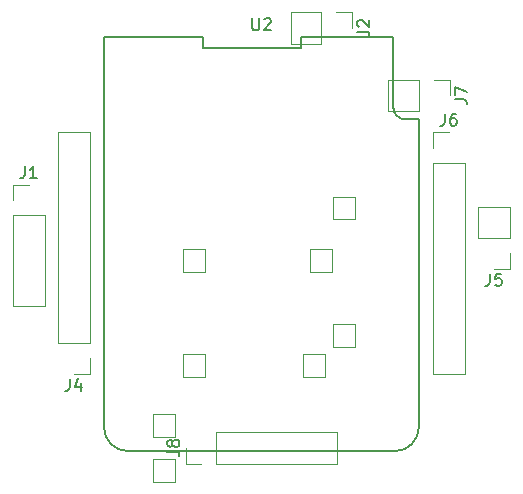
<source format=gbr>
G04 #@! TF.GenerationSoftware,KiCad,Pcbnew,(5.1.5)-3*
G04 #@! TF.CreationDate,2020-11-19T15:19:38-03:00*
G04 #@! TF.ProjectId,MainBoard_a,4d61696e-426f-4617-9264-5f612e6b6963,1*
G04 #@! TF.SameCoordinates,Original*
G04 #@! TF.FileFunction,Legend,Top*
G04 #@! TF.FilePolarity,Positive*
%FSLAX46Y46*%
G04 Gerber Fmt 4.6, Leading zero omitted, Abs format (unit mm)*
G04 Created by KiCad (PCBNEW (5.1.5)-3) date 2020-11-19 15:19:38*
%MOMM*%
%LPD*%
G04 APERTURE LIST*
%ADD10C,0.120000*%
%ADD11C,0.150000*%
G04 APERTURE END LIST*
D10*
X75250000Y-62550000D02*
X75250000Y-64450000D01*
X75250000Y-64450000D02*
X77100000Y-64450000D01*
X77100000Y-64450000D02*
X77100000Y-62600000D01*
X77100000Y-62600000D02*
X77100000Y-62550000D01*
X77100000Y-62550000D02*
X75250000Y-62550000D01*
X77100000Y-73345000D02*
X75250000Y-73345000D01*
X77100000Y-73395000D02*
X77100000Y-73345000D01*
X77100000Y-75245000D02*
X77100000Y-73395000D01*
X75250000Y-75245000D02*
X77100000Y-75245000D01*
X75250000Y-73345000D02*
X75250000Y-75245000D01*
X60010000Y-84775000D02*
X60010000Y-86675000D01*
X60010000Y-86675000D02*
X61860000Y-86675000D01*
X61860000Y-86675000D02*
X61860000Y-84825000D01*
X61860000Y-84825000D02*
X61860000Y-84775000D01*
X61860000Y-84775000D02*
X60010000Y-84775000D01*
X61860000Y-80965000D02*
X60010000Y-80965000D01*
X61860000Y-81015000D02*
X61860000Y-80965000D01*
X61860000Y-82865000D02*
X61860000Y-81015000D01*
X60010000Y-82865000D02*
X61860000Y-82865000D01*
X60010000Y-80965000D02*
X60010000Y-82865000D01*
X62550000Y-75885000D02*
X62550000Y-77785000D01*
X62550000Y-77785000D02*
X64400000Y-77785000D01*
X64400000Y-77785000D02*
X64400000Y-75935000D01*
X64400000Y-75935000D02*
X64400000Y-75885000D01*
X64400000Y-75885000D02*
X62550000Y-75885000D01*
X75195000Y-66995000D02*
X73345000Y-66995000D01*
X75195000Y-67045000D02*
X75195000Y-66995000D01*
X75195000Y-68895000D02*
X75195000Y-67045000D01*
X73345000Y-68895000D02*
X75195000Y-68895000D01*
X73345000Y-66995000D02*
X73345000Y-68895000D01*
X72710000Y-75885000D02*
X72710000Y-77785000D01*
X72710000Y-77785000D02*
X74560000Y-77785000D01*
X74560000Y-77785000D02*
X74560000Y-75935000D01*
X74560000Y-75935000D02*
X74560000Y-75885000D01*
X74560000Y-75885000D02*
X72710000Y-75885000D01*
X48200000Y-71815000D02*
X50860000Y-71815000D01*
X48200000Y-64135000D02*
X48200000Y-71815000D01*
X50860000Y-64135000D02*
X50860000Y-71815000D01*
X48200000Y-64135000D02*
X50860000Y-64135000D01*
X48200000Y-62865000D02*
X48200000Y-61535000D01*
X48200000Y-61535000D02*
X49530000Y-61535000D01*
X76895000Y-46930000D02*
X76895000Y-48260000D01*
X75565000Y-46930000D02*
X76895000Y-46930000D01*
X74295000Y-46930000D02*
X74295000Y-49590000D01*
X74295000Y-49590000D02*
X71695000Y-49590000D01*
X74295000Y-46930000D02*
X71695000Y-46930000D01*
X71695000Y-46930000D02*
X71695000Y-49590000D01*
X54670000Y-77530000D02*
X53340000Y-77530000D01*
X54670000Y-76200000D02*
X54670000Y-77530000D01*
X54670000Y-74930000D02*
X52010000Y-74930000D01*
X52010000Y-74930000D02*
X52010000Y-57090000D01*
X54670000Y-74930000D02*
X54670000Y-57090000D01*
X54670000Y-57090000D02*
X52010000Y-57090000D01*
X90230000Y-63440000D02*
X87570000Y-63440000D01*
X90230000Y-66040000D02*
X90230000Y-63440000D01*
X87570000Y-66040000D02*
X87570000Y-63440000D01*
X90230000Y-66040000D02*
X87570000Y-66040000D01*
X90230000Y-67310000D02*
X90230000Y-68640000D01*
X90230000Y-68640000D02*
X88900000Y-68640000D01*
X83760000Y-77530000D02*
X86420000Y-77530000D01*
X83760000Y-59690000D02*
X83760000Y-77530000D01*
X86420000Y-59690000D02*
X86420000Y-77530000D01*
X83760000Y-59690000D02*
X86420000Y-59690000D01*
X83760000Y-58420000D02*
X83760000Y-57090000D01*
X83760000Y-57090000D02*
X85090000Y-57090000D01*
X75625000Y-85150000D02*
X75625000Y-82490000D01*
X65405000Y-85150000D02*
X75625000Y-85150000D01*
X65405000Y-82490000D02*
X75625000Y-82490000D01*
X65405000Y-85150000D02*
X65405000Y-82490000D01*
X64135000Y-85150000D02*
X62805000Y-85150000D01*
X62805000Y-85150000D02*
X62805000Y-83820000D01*
D11*
X55885000Y-49010000D02*
X55885000Y-82090000D01*
X57885000Y-84090000D02*
X80545000Y-84090000D01*
X82545000Y-82090000D02*
X82545000Y-56010000D01*
X80395000Y-49010000D02*
X72535000Y-49010000D01*
X72535000Y-49010000D02*
X72535000Y-50010000D01*
X72535000Y-50010000D02*
X64315000Y-50010000D01*
X64315000Y-50010000D02*
X64315000Y-49010000D01*
X64315000Y-49010000D02*
X55885001Y-49010000D01*
X80545000Y-84090000D02*
G75*
G03X82545000Y-82090000I0J2000000D01*
G01*
X55885000Y-82090000D02*
G75*
G03X57885000Y-84090000I2000000J0D01*
G01*
X80395000Y-49010000D02*
X80395000Y-55010000D01*
X80395000Y-55010000D02*
G75*
G03X81395000Y-56010000I1000000J0D01*
G01*
X81385000Y-56010000D02*
X82545000Y-56010000D01*
X82545000Y-56010000D02*
X82545000Y-56010000D01*
D10*
X79950000Y-52645000D02*
X79950000Y-55305000D01*
X82550000Y-52645000D02*
X79950000Y-52645000D01*
X82550000Y-55305000D02*
X79950000Y-55305000D01*
X82550000Y-52645000D02*
X82550000Y-55305000D01*
X83820000Y-52645000D02*
X85150000Y-52645000D01*
X85150000Y-52645000D02*
X85150000Y-53975000D01*
X64400000Y-66995000D02*
X62550000Y-66995000D01*
X64400000Y-67045000D02*
X64400000Y-66995000D01*
X64400000Y-68895000D02*
X64400000Y-67045000D01*
X62550000Y-68895000D02*
X64400000Y-68895000D01*
X62550000Y-66995000D02*
X62550000Y-68895000D01*
D11*
X49196666Y-59987380D02*
X49196666Y-60701666D01*
X49149047Y-60844523D01*
X49053809Y-60939761D01*
X48910952Y-60987380D01*
X48815714Y-60987380D01*
X50196666Y-60987380D02*
X49625238Y-60987380D01*
X49910952Y-60987380D02*
X49910952Y-59987380D01*
X49815714Y-60130238D01*
X49720476Y-60225476D01*
X49625238Y-60273095D01*
X77347380Y-48593333D02*
X78061666Y-48593333D01*
X78204523Y-48640952D01*
X78299761Y-48736190D01*
X78347380Y-48879047D01*
X78347380Y-48974285D01*
X77442619Y-48164761D02*
X77395000Y-48117142D01*
X77347380Y-48021904D01*
X77347380Y-47783809D01*
X77395000Y-47688571D01*
X77442619Y-47640952D01*
X77537857Y-47593333D01*
X77633095Y-47593333D01*
X77775952Y-47640952D01*
X78347380Y-48212380D01*
X78347380Y-47593333D01*
X53006666Y-77982380D02*
X53006666Y-78696666D01*
X52959047Y-78839523D01*
X52863809Y-78934761D01*
X52720952Y-78982380D01*
X52625714Y-78982380D01*
X53911428Y-78315714D02*
X53911428Y-78982380D01*
X53673333Y-77934761D02*
X53435238Y-78649047D01*
X54054285Y-78649047D01*
X88566666Y-69092380D02*
X88566666Y-69806666D01*
X88519047Y-69949523D01*
X88423809Y-70044761D01*
X88280952Y-70092380D01*
X88185714Y-70092380D01*
X89519047Y-69092380D02*
X89042857Y-69092380D01*
X88995238Y-69568571D01*
X89042857Y-69520952D01*
X89138095Y-69473333D01*
X89376190Y-69473333D01*
X89471428Y-69520952D01*
X89519047Y-69568571D01*
X89566666Y-69663809D01*
X89566666Y-69901904D01*
X89519047Y-69997142D01*
X89471428Y-70044761D01*
X89376190Y-70092380D01*
X89138095Y-70092380D01*
X89042857Y-70044761D01*
X88995238Y-69997142D01*
X84756666Y-55542380D02*
X84756666Y-56256666D01*
X84709047Y-56399523D01*
X84613809Y-56494761D01*
X84470952Y-56542380D01*
X84375714Y-56542380D01*
X85661428Y-55542380D02*
X85470952Y-55542380D01*
X85375714Y-55590000D01*
X85328095Y-55637619D01*
X85232857Y-55780476D01*
X85185238Y-55970952D01*
X85185238Y-56351904D01*
X85232857Y-56447142D01*
X85280476Y-56494761D01*
X85375714Y-56542380D01*
X85566190Y-56542380D01*
X85661428Y-56494761D01*
X85709047Y-56447142D01*
X85756666Y-56351904D01*
X85756666Y-56113809D01*
X85709047Y-56018571D01*
X85661428Y-55970952D01*
X85566190Y-55923333D01*
X85375714Y-55923333D01*
X85280476Y-55970952D01*
X85232857Y-56018571D01*
X85185238Y-56113809D01*
X61257380Y-84153333D02*
X61971666Y-84153333D01*
X62114523Y-84200952D01*
X62209761Y-84296190D01*
X62257380Y-84439047D01*
X62257380Y-84534285D01*
X61685952Y-83534285D02*
X61638333Y-83629523D01*
X61590714Y-83677142D01*
X61495476Y-83724761D01*
X61447857Y-83724761D01*
X61352619Y-83677142D01*
X61305000Y-83629523D01*
X61257380Y-83534285D01*
X61257380Y-83343809D01*
X61305000Y-83248571D01*
X61352619Y-83200952D01*
X61447857Y-83153333D01*
X61495476Y-83153333D01*
X61590714Y-83200952D01*
X61638333Y-83248571D01*
X61685952Y-83343809D01*
X61685952Y-83534285D01*
X61733571Y-83629523D01*
X61781190Y-83677142D01*
X61876428Y-83724761D01*
X62066904Y-83724761D01*
X62162142Y-83677142D01*
X62209761Y-83629523D01*
X62257380Y-83534285D01*
X62257380Y-83343809D01*
X62209761Y-83248571D01*
X62162142Y-83200952D01*
X62066904Y-83153333D01*
X61876428Y-83153333D01*
X61781190Y-83200952D01*
X61733571Y-83248571D01*
X61685952Y-83343809D01*
X68453095Y-47462380D02*
X68453095Y-48271904D01*
X68500714Y-48367142D01*
X68548333Y-48414761D01*
X68643571Y-48462380D01*
X68834047Y-48462380D01*
X68929285Y-48414761D01*
X68976904Y-48367142D01*
X69024523Y-48271904D01*
X69024523Y-47462380D01*
X69453095Y-47557619D02*
X69500714Y-47510000D01*
X69595952Y-47462380D01*
X69834047Y-47462380D01*
X69929285Y-47510000D01*
X69976904Y-47557619D01*
X70024523Y-47652857D01*
X70024523Y-47748095D01*
X69976904Y-47890952D01*
X69405476Y-48462380D01*
X70024523Y-48462380D01*
X85602380Y-54308333D02*
X86316666Y-54308333D01*
X86459523Y-54355952D01*
X86554761Y-54451190D01*
X86602380Y-54594047D01*
X86602380Y-54689285D01*
X85602380Y-53927380D02*
X85602380Y-53260714D01*
X86602380Y-53689285D01*
M02*

</source>
